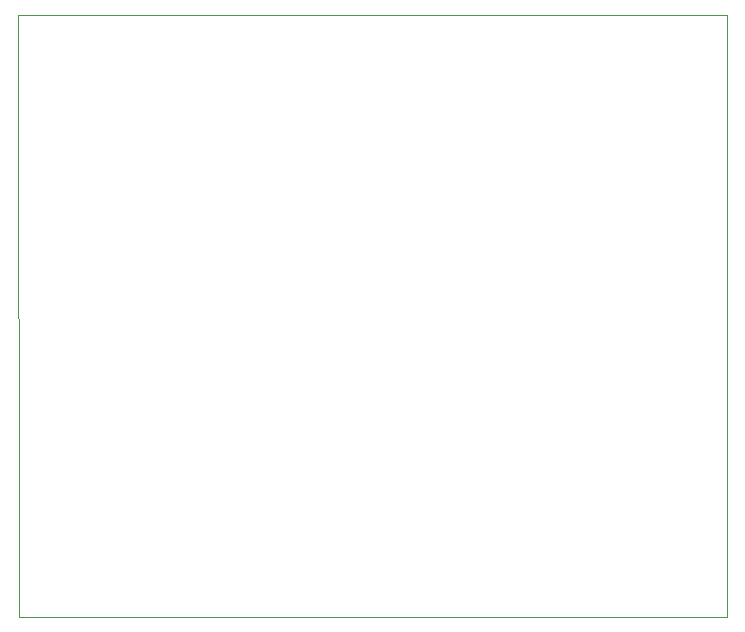
<source format=gbr>
G04 #@! TF.GenerationSoftware,KiCad,Pcbnew,(5.1.2)-2*
G04 #@! TF.CreationDate,2023-06-26T22:41:17-03:00*
G04 #@! TF.ProjectId,PRJ230523 - Haste de led,50524a32-3330-4353-9233-202d20486173,rev?*
G04 #@! TF.SameCoordinates,Original*
G04 #@! TF.FileFunction,Profile,NP*
%FSLAX46Y46*%
G04 Gerber Fmt 4.6, Leading zero omitted, Abs format (unit mm)*
G04 Created by KiCad (PCBNEW (5.1.2)-2) date 2023-06-26 22:41:17*
%MOMM*%
%LPD*%
G04 APERTURE LIST*
%ADD10C,0.050000*%
G04 APERTURE END LIST*
D10*
X109950000Y-79050000D02*
X110000000Y-130000000D01*
X170000000Y-79050000D02*
X109950000Y-79050000D01*
X170000000Y-130000000D02*
X170000000Y-79050000D01*
X170000000Y-130000000D02*
X110000000Y-130000000D01*
M02*

</source>
